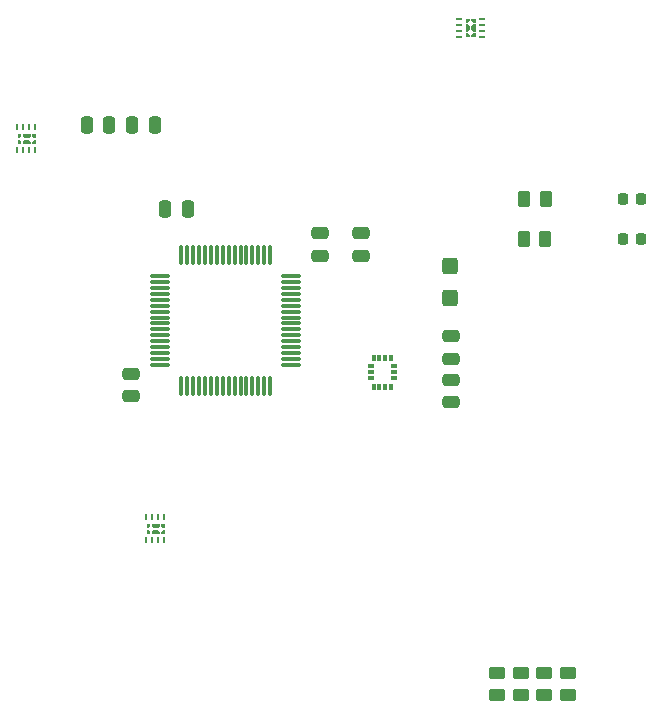
<source format=gbr>
%TF.GenerationSoftware,KiCad,Pcbnew,(6.0.1)*%
%TF.CreationDate,2022-03-12T11:24:15-03:00*%
%TF.ProjectId,magnetorquer_v2_2,6d61676e-6574-46f7-9271-7565725f7632,rev?*%
%TF.SameCoordinates,Original*%
%TF.FileFunction,Paste,Top*%
%TF.FilePolarity,Positive*%
%FSLAX46Y46*%
G04 Gerber Fmt 4.6, Leading zero omitted, Abs format (unit mm)*
G04 Created by KiCad (PCBNEW (6.0.1)) date 2022-03-12 11:24:15*
%MOMM*%
%LPD*%
G01*
G04 APERTURE LIST*
G04 Aperture macros list*
%AMRoundRect*
0 Rectangle with rounded corners*
0 $1 Rounding radius*
0 $2 $3 $4 $5 $6 $7 $8 $9 X,Y pos of 4 corners*
0 Add a 4 corners polygon primitive as box body*
4,1,4,$2,$3,$4,$5,$6,$7,$8,$9,$2,$3,0*
0 Add four circle primitives for the rounded corners*
1,1,$1+$1,$2,$3*
1,1,$1+$1,$4,$5*
1,1,$1+$1,$6,$7*
1,1,$1+$1,$8,$9*
0 Add four rect primitives between the rounded corners*
20,1,$1+$1,$2,$3,$4,$5,0*
20,1,$1+$1,$4,$5,$6,$7,0*
20,1,$1+$1,$6,$7,$8,$9,0*
20,1,$1+$1,$8,$9,$2,$3,0*%
G04 Aperture macros list end*
%ADD10C,0.100000*%
%ADD11R,0.280000X0.500000*%
%ADD12RoundRect,0.250000X0.450000X-0.262500X0.450000X0.262500X-0.450000X0.262500X-0.450000X-0.262500X0*%
%ADD13O,0.299999X1.799999*%
%ADD14O,1.799999X0.299999*%
%ADD15RoundRect,0.250000X0.425000X-0.450000X0.425000X0.450000X-0.425000X0.450000X-0.425000X-0.450000X0*%
%ADD16RoundRect,0.250000X-0.250000X-0.475000X0.250000X-0.475000X0.250000X0.475000X-0.250000X0.475000X0*%
%ADD17RoundRect,0.250000X0.475000X-0.250000X0.475000X0.250000X-0.475000X0.250000X-0.475000X-0.250000X0*%
%ADD18RoundRect,0.250000X-0.262500X-0.450000X0.262500X-0.450000X0.262500X0.450000X-0.262500X0.450000X0*%
%ADD19RoundRect,0.250000X0.250000X0.475000X-0.250000X0.475000X-0.250000X-0.475000X0.250000X-0.475000X0*%
%ADD20RoundRect,0.218750X0.218750X0.256250X-0.218750X0.256250X-0.218750X-0.256250X0.218750X-0.256250X0*%
%ADD21R,0.355600X0.558800*%
%ADD22R,0.558800X0.355600*%
%ADD23RoundRect,0.250000X-0.475000X0.250000X-0.475000X-0.250000X0.475000X-0.250000X0.475000X0.250000X0*%
%ADD24R,0.500000X0.280000*%
G04 APERTURE END LIST*
D10*
%TO.C,U5*%
X123429700Y-117868579D02*
X123571121Y-118010000D01*
X123571121Y-118010000D02*
X123661170Y-118010000D01*
X123661170Y-118010000D02*
X123661170Y-117740430D01*
X123661170Y-117740430D02*
X123429700Y-117740430D01*
X123429700Y-117740430D02*
X123429700Y-117868579D01*
G36*
X123661170Y-118010000D02*
G01*
X123571121Y-118010000D01*
X123429700Y-117868579D01*
X123429700Y-117740430D01*
X123661170Y-117740430D01*
X123661170Y-118010000D01*
G37*
X123661170Y-118010000D02*
X123571121Y-118010000D01*
X123429700Y-117868579D01*
X123429700Y-117740430D01*
X123661170Y-117740430D01*
X123661170Y-118010000D01*
X122210830Y-118479570D02*
X122442300Y-118479570D01*
X122442300Y-118479570D02*
X122442300Y-118351421D01*
X122442300Y-118351421D02*
X122300879Y-118210000D01*
X122300879Y-118210000D02*
X122210830Y-118210000D01*
X122210830Y-118210000D02*
X122210830Y-118479570D01*
G36*
X122442300Y-118351421D02*
G01*
X122442300Y-118479570D01*
X122210830Y-118479570D01*
X122210830Y-118210000D01*
X122300879Y-118210000D01*
X122442300Y-118351421D01*
G37*
X122442300Y-118351421D02*
X122442300Y-118479570D01*
X122210830Y-118479570D01*
X122210830Y-118210000D01*
X122300879Y-118210000D01*
X122442300Y-118351421D01*
X122210830Y-118010000D02*
X122300879Y-118010000D01*
X122300879Y-118010000D02*
X122442300Y-117868579D01*
X122442300Y-117868579D02*
X122442300Y-117740430D01*
X122442300Y-117740430D02*
X122210830Y-117740430D01*
X122210830Y-117740430D02*
X122210830Y-118010000D01*
G36*
X122442300Y-117868579D02*
G01*
X122300879Y-118010000D01*
X122210830Y-118010000D01*
X122210830Y-117740430D01*
X122442300Y-117740430D01*
X122442300Y-117868579D01*
G37*
X122442300Y-117868579D02*
X122300879Y-118010000D01*
X122210830Y-118010000D01*
X122210830Y-117740430D01*
X122442300Y-117740430D01*
X122442300Y-117868579D01*
X123429700Y-118479570D02*
X123661170Y-118479570D01*
X123661170Y-118479570D02*
X123661170Y-118210000D01*
X123661170Y-118210000D02*
X123571121Y-118210000D01*
X123571121Y-118210000D02*
X123429700Y-118351421D01*
X123429700Y-118351421D02*
X123429700Y-118479570D01*
G36*
X123661170Y-118479570D02*
G01*
X123429700Y-118479570D01*
X123429700Y-118351421D01*
X123571121Y-118210000D01*
X123661170Y-118210000D01*
X123661170Y-118479570D01*
G37*
X123661170Y-118479570D02*
X123429700Y-118479570D01*
X123429700Y-118351421D01*
X123571121Y-118210000D01*
X123661170Y-118210000D01*
X123661170Y-118479570D01*
X122642300Y-118479570D02*
X123229700Y-118479570D01*
X123229700Y-118479570D02*
X123229700Y-118351421D01*
X123229700Y-118351421D02*
X123088279Y-118210000D01*
X123088279Y-118210000D02*
X122783721Y-118210000D01*
X122783721Y-118210000D02*
X122642300Y-118351421D01*
X122642300Y-118351421D02*
X122642300Y-118479570D01*
G36*
X123229700Y-118351421D02*
G01*
X123229700Y-118479570D01*
X122642300Y-118479570D01*
X122642300Y-118351421D01*
X122783721Y-118210000D01*
X123088279Y-118210000D01*
X123229700Y-118351421D01*
G37*
X123229700Y-118351421D02*
X123229700Y-118479570D01*
X122642300Y-118479570D01*
X122642300Y-118351421D01*
X122783721Y-118210000D01*
X123088279Y-118210000D01*
X123229700Y-118351421D01*
X122642300Y-117868579D02*
X122783721Y-118010000D01*
X122783721Y-118010000D02*
X123088279Y-118010000D01*
X123088279Y-118010000D02*
X123229700Y-117868579D01*
X123229700Y-117868579D02*
X123229700Y-117740430D01*
X123229700Y-117740430D02*
X122642300Y-117740430D01*
X122642300Y-117740430D02*
X122642300Y-117868579D01*
G36*
X123229700Y-117868579D02*
G01*
X123088279Y-118010000D01*
X122783721Y-118010000D01*
X122642300Y-117868579D01*
X122642300Y-117740430D01*
X123229700Y-117740430D01*
X123229700Y-117868579D01*
G37*
X123229700Y-117868579D02*
X123088279Y-118010000D01*
X122783721Y-118010000D01*
X122642300Y-117868579D01*
X122642300Y-117740430D01*
X123229700Y-117740430D01*
X123229700Y-117868579D01*
%TO.C,U6*%
X111288830Y-84990000D02*
X111378879Y-84990000D01*
X111378879Y-84990000D02*
X111520300Y-84848579D01*
X111520300Y-84848579D02*
X111520300Y-84720430D01*
X111520300Y-84720430D02*
X111288830Y-84720430D01*
X111288830Y-84720430D02*
X111288830Y-84990000D01*
G36*
X111520300Y-84848579D02*
G01*
X111378879Y-84990000D01*
X111288830Y-84990000D01*
X111288830Y-84720430D01*
X111520300Y-84720430D01*
X111520300Y-84848579D01*
G37*
X111520300Y-84848579D02*
X111378879Y-84990000D01*
X111288830Y-84990000D01*
X111288830Y-84720430D01*
X111520300Y-84720430D01*
X111520300Y-84848579D01*
X111288830Y-85459570D02*
X111520300Y-85459570D01*
X111520300Y-85459570D02*
X111520300Y-85331421D01*
X111520300Y-85331421D02*
X111378879Y-85190000D01*
X111378879Y-85190000D02*
X111288830Y-85190000D01*
X111288830Y-85190000D02*
X111288830Y-85459570D01*
G36*
X111520300Y-85331421D02*
G01*
X111520300Y-85459570D01*
X111288830Y-85459570D01*
X111288830Y-85190000D01*
X111378879Y-85190000D01*
X111520300Y-85331421D01*
G37*
X111520300Y-85331421D02*
X111520300Y-85459570D01*
X111288830Y-85459570D01*
X111288830Y-85190000D01*
X111378879Y-85190000D01*
X111520300Y-85331421D01*
X111720300Y-85459570D02*
X112307700Y-85459570D01*
X112307700Y-85459570D02*
X112307700Y-85331421D01*
X112307700Y-85331421D02*
X112166279Y-85190000D01*
X112166279Y-85190000D02*
X111861721Y-85190000D01*
X111861721Y-85190000D02*
X111720300Y-85331421D01*
X111720300Y-85331421D02*
X111720300Y-85459570D01*
G36*
X112307700Y-85331421D02*
G01*
X112307700Y-85459570D01*
X111720300Y-85459570D01*
X111720300Y-85331421D01*
X111861721Y-85190000D01*
X112166279Y-85190000D01*
X112307700Y-85331421D01*
G37*
X112307700Y-85331421D02*
X112307700Y-85459570D01*
X111720300Y-85459570D01*
X111720300Y-85331421D01*
X111861721Y-85190000D01*
X112166279Y-85190000D01*
X112307700Y-85331421D01*
X112507700Y-84848579D02*
X112649121Y-84990000D01*
X112649121Y-84990000D02*
X112739170Y-84990000D01*
X112739170Y-84990000D02*
X112739170Y-84720430D01*
X112739170Y-84720430D02*
X112507700Y-84720430D01*
X112507700Y-84720430D02*
X112507700Y-84848579D01*
G36*
X112739170Y-84990000D02*
G01*
X112649121Y-84990000D01*
X112507700Y-84848579D01*
X112507700Y-84720430D01*
X112739170Y-84720430D01*
X112739170Y-84990000D01*
G37*
X112739170Y-84990000D02*
X112649121Y-84990000D01*
X112507700Y-84848579D01*
X112507700Y-84720430D01*
X112739170Y-84720430D01*
X112739170Y-84990000D01*
X112507700Y-85459570D02*
X112739170Y-85459570D01*
X112739170Y-85459570D02*
X112739170Y-85190000D01*
X112739170Y-85190000D02*
X112649121Y-85190000D01*
X112649121Y-85190000D02*
X112507700Y-85331421D01*
X112507700Y-85331421D02*
X112507700Y-85459570D01*
G36*
X112739170Y-85459570D02*
G01*
X112507700Y-85459570D01*
X112507700Y-85331421D01*
X112649121Y-85190000D01*
X112739170Y-85190000D01*
X112739170Y-85459570D01*
G37*
X112739170Y-85459570D02*
X112507700Y-85459570D01*
X112507700Y-85331421D01*
X112649121Y-85190000D01*
X112739170Y-85190000D01*
X112739170Y-85459570D01*
X111720300Y-84848579D02*
X111861721Y-84990000D01*
X111861721Y-84990000D02*
X112166279Y-84990000D01*
X112166279Y-84990000D02*
X112307700Y-84848579D01*
X112307700Y-84848579D02*
X112307700Y-84720430D01*
X112307700Y-84720430D02*
X111720300Y-84720430D01*
X111720300Y-84720430D02*
X111720300Y-84848579D01*
G36*
X112307700Y-84848579D02*
G01*
X112166279Y-84990000D01*
X111861721Y-84990000D01*
X111720300Y-84848579D01*
X111720300Y-84720430D01*
X112307700Y-84720430D01*
X112307700Y-84848579D01*
G37*
X112307700Y-84848579D02*
X112166279Y-84990000D01*
X111861721Y-84990000D01*
X111720300Y-84848579D01*
X111720300Y-84720430D01*
X112307700Y-84720430D01*
X112307700Y-84848579D01*
%TO.C,U4*%
X149364579Y-75985700D02*
X149506000Y-75844279D01*
X149506000Y-75844279D02*
X149506000Y-75539721D01*
X149506000Y-75539721D02*
X149364579Y-75398300D01*
X149364579Y-75398300D02*
X149236430Y-75398300D01*
X149236430Y-75398300D02*
X149236430Y-75985700D01*
X149236430Y-75985700D02*
X149364579Y-75985700D01*
G36*
X149506000Y-75539721D02*
G01*
X149506000Y-75844279D01*
X149364579Y-75985700D01*
X149236430Y-75985700D01*
X149236430Y-75398300D01*
X149364579Y-75398300D01*
X149506000Y-75539721D01*
G37*
X149506000Y-75539721D02*
X149506000Y-75844279D01*
X149364579Y-75985700D01*
X149236430Y-75985700D01*
X149236430Y-75398300D01*
X149364579Y-75398300D01*
X149506000Y-75539721D01*
X149975570Y-75198300D02*
X149975570Y-74966830D01*
X149975570Y-74966830D02*
X149706000Y-74966830D01*
X149706000Y-74966830D02*
X149706000Y-75056879D01*
X149706000Y-75056879D02*
X149847421Y-75198300D01*
X149847421Y-75198300D02*
X149975570Y-75198300D01*
G36*
X149975570Y-75198300D02*
G01*
X149847421Y-75198300D01*
X149706000Y-75056879D01*
X149706000Y-74966830D01*
X149975570Y-74966830D01*
X149975570Y-75198300D01*
G37*
X149975570Y-75198300D02*
X149847421Y-75198300D01*
X149706000Y-75056879D01*
X149706000Y-74966830D01*
X149975570Y-74966830D01*
X149975570Y-75198300D01*
X149506000Y-76417170D02*
X149506000Y-76327121D01*
X149506000Y-76327121D02*
X149364579Y-76185700D01*
X149364579Y-76185700D02*
X149236430Y-76185700D01*
X149236430Y-76185700D02*
X149236430Y-76417170D01*
X149236430Y-76417170D02*
X149506000Y-76417170D01*
G36*
X149506000Y-76327121D02*
G01*
X149506000Y-76417170D01*
X149236430Y-76417170D01*
X149236430Y-76185700D01*
X149364579Y-76185700D01*
X149506000Y-76327121D01*
G37*
X149506000Y-76327121D02*
X149506000Y-76417170D01*
X149236430Y-76417170D01*
X149236430Y-76185700D01*
X149364579Y-76185700D01*
X149506000Y-76327121D01*
X149975570Y-76417170D02*
X149975570Y-76185700D01*
X149975570Y-76185700D02*
X149847421Y-76185700D01*
X149847421Y-76185700D02*
X149706000Y-76327121D01*
X149706000Y-76327121D02*
X149706000Y-76417170D01*
X149706000Y-76417170D02*
X149975570Y-76417170D01*
G36*
X149975570Y-76417170D02*
G01*
X149706000Y-76417170D01*
X149706000Y-76327121D01*
X149847421Y-76185700D01*
X149975570Y-76185700D01*
X149975570Y-76417170D01*
G37*
X149975570Y-76417170D02*
X149706000Y-76417170D01*
X149706000Y-76327121D01*
X149847421Y-76185700D01*
X149975570Y-76185700D01*
X149975570Y-76417170D01*
X149364579Y-75198300D02*
X149506000Y-75056879D01*
X149506000Y-75056879D02*
X149506000Y-74966830D01*
X149506000Y-74966830D02*
X149236430Y-74966830D01*
X149236430Y-74966830D02*
X149236430Y-75198300D01*
X149236430Y-75198300D02*
X149364579Y-75198300D01*
G36*
X149506000Y-75056879D02*
G01*
X149364579Y-75198300D01*
X149236430Y-75198300D01*
X149236430Y-74966830D01*
X149506000Y-74966830D01*
X149506000Y-75056879D01*
G37*
X149506000Y-75056879D02*
X149364579Y-75198300D01*
X149236430Y-75198300D01*
X149236430Y-74966830D01*
X149506000Y-74966830D01*
X149506000Y-75056879D01*
X149975570Y-75985700D02*
X149975570Y-75398300D01*
X149975570Y-75398300D02*
X149847421Y-75398300D01*
X149847421Y-75398300D02*
X149706000Y-75539721D01*
X149706000Y-75539721D02*
X149706000Y-75844279D01*
X149706000Y-75844279D02*
X149847421Y-75985700D01*
X149847421Y-75985700D02*
X149975570Y-75985700D01*
G36*
X149975570Y-75985700D02*
G01*
X149847421Y-75985700D01*
X149706000Y-75844279D01*
X149706000Y-75539721D01*
X149847421Y-75398300D01*
X149975570Y-75398300D01*
X149975570Y-75985700D01*
G37*
X149975570Y-75985700D02*
X149847421Y-75985700D01*
X149706000Y-75844279D01*
X149706000Y-75539721D01*
X149847421Y-75398300D01*
X149975570Y-75398300D01*
X149975570Y-75985700D01*
%TD*%
D11*
%TO.C,U5*%
X122185999Y-119060001D03*
X122686000Y-119060001D03*
X123186000Y-119060001D03*
X123686001Y-119060001D03*
X123686001Y-117159999D03*
X123186000Y-117159999D03*
X122686000Y-117159999D03*
X122185999Y-117159999D03*
%TD*%
D12*
%TO.C,R6*%
X157861000Y-132179700D03*
X157861000Y-130354700D03*
%TD*%
%TO.C,R5*%
X155854400Y-130354700D03*
X155854400Y-132179700D03*
%TD*%
%TO.C,R4*%
X153873200Y-132154300D03*
X153873200Y-130329300D03*
%TD*%
%TO.C,R3*%
X151866600Y-132154300D03*
X151866600Y-130329300D03*
%TD*%
D13*
%TO.C,U1*%
X125155000Y-94932398D03*
X125655001Y-94932398D03*
X126155000Y-94932398D03*
X126655002Y-94932398D03*
X127155001Y-94932398D03*
X127655000Y-94932398D03*
X128155002Y-94932398D03*
X128655000Y-94932398D03*
X129155002Y-94932398D03*
X129655001Y-94932398D03*
X130155000Y-94932398D03*
X130655002Y-94932398D03*
X131155001Y-94932398D03*
X131655002Y-94932398D03*
X132155001Y-94932398D03*
X132655000Y-94932398D03*
D14*
X134455002Y-96732397D03*
X134455002Y-97232399D03*
X134455002Y-97732398D03*
X134455002Y-98232399D03*
X134455002Y-98732398D03*
X134455002Y-99232397D03*
X134455002Y-99732399D03*
X134455002Y-100232398D03*
X134455002Y-100732400D03*
X134455002Y-101232398D03*
X134455002Y-101732397D03*
X134455002Y-102232399D03*
X134455002Y-102732398D03*
X134455002Y-103232400D03*
X134455002Y-103732399D03*
X134455002Y-104232398D03*
D13*
X132655000Y-106032399D03*
X132155001Y-106032399D03*
X131655002Y-106032399D03*
X131155001Y-106032399D03*
X130655002Y-106032399D03*
X130155000Y-106032399D03*
X129655001Y-106032399D03*
X129155002Y-106032399D03*
X128655000Y-106032399D03*
X128155002Y-106032399D03*
X127655000Y-106032399D03*
X127155001Y-106032399D03*
X126655002Y-106032399D03*
X126155000Y-106032399D03*
X125655001Y-106032399D03*
X125155000Y-106032399D03*
D14*
X123355001Y-104232398D03*
X123355001Y-103732399D03*
X123355001Y-103232400D03*
X123355001Y-102732398D03*
X123355001Y-102232399D03*
X123355001Y-101732397D03*
X123355001Y-101232398D03*
X123355001Y-100732400D03*
X123355001Y-100232398D03*
X123355001Y-99732399D03*
X123355001Y-99232397D03*
X123355001Y-98732398D03*
X123355001Y-98232399D03*
X123355001Y-97732398D03*
X123355001Y-97232399D03*
X123355001Y-96732397D03*
%TD*%
D15*
%TO.C,C3*%
X147878800Y-98606600D03*
X147878800Y-95906600D03*
%TD*%
D16*
%TO.C,C2*%
X120995400Y-83972400D03*
X122895400Y-83972400D03*
%TD*%
%TO.C,C7*%
X123764000Y-91059000D03*
X125664000Y-91059000D03*
%TD*%
D17*
%TO.C,C5*%
X136906000Y-95006200D03*
X136906000Y-93106200D03*
%TD*%
D18*
%TO.C,R2*%
X154129100Y-93548200D03*
X155954100Y-93548200D03*
%TD*%
D17*
%TO.C,C4*%
X120853200Y-106893400D03*
X120853200Y-104993400D03*
%TD*%
D11*
%TO.C,U6*%
X111263999Y-86040001D03*
X111764000Y-86040001D03*
X112264000Y-86040001D03*
X112764001Y-86040001D03*
X112764001Y-84139999D03*
X112264000Y-84139999D03*
X111764000Y-84139999D03*
X111263999Y-84139999D03*
%TD*%
D17*
%TO.C,C6*%
X140335000Y-95006200D03*
X140335000Y-93106200D03*
%TD*%
D18*
%TO.C,R1*%
X154154500Y-90195400D03*
X155979500Y-90195400D03*
%TD*%
D19*
%TO.C,C1*%
X119034600Y-83972400D03*
X117134600Y-83972400D03*
%TD*%
D20*
%TO.C,D2*%
X164084100Y-93548200D03*
X162509100Y-93548200D03*
%TD*%
%TO.C,D1*%
X164084100Y-90195400D03*
X162509100Y-90195400D03*
%TD*%
D21*
%TO.C,U3*%
X141413611Y-106095800D03*
X141913737Y-106095800D03*
X142413863Y-106095800D03*
X142913989Y-106095800D03*
D22*
X143129000Y-105376726D03*
X143129000Y-104876600D03*
X143129000Y-104376474D03*
D21*
X142913989Y-103657400D03*
X142413863Y-103657400D03*
X141913737Y-103657400D03*
X141413611Y-103657400D03*
D22*
X141198600Y-104376474D03*
X141198600Y-104876600D03*
X141198600Y-105376726D03*
%TD*%
D17*
%TO.C,C9*%
X147943800Y-107416600D03*
X147943800Y-105516600D03*
%TD*%
D23*
%TO.C,C8*%
X147933800Y-101836600D03*
X147933800Y-103736600D03*
%TD*%
D24*
%TO.C,U4*%
X150556001Y-76442001D03*
X150556001Y-75942000D03*
X150556001Y-75442000D03*
X150556001Y-74941999D03*
X148655999Y-74941999D03*
X148655999Y-75442000D03*
X148655999Y-75942000D03*
X148655999Y-76442001D03*
%TD*%
M02*

</source>
